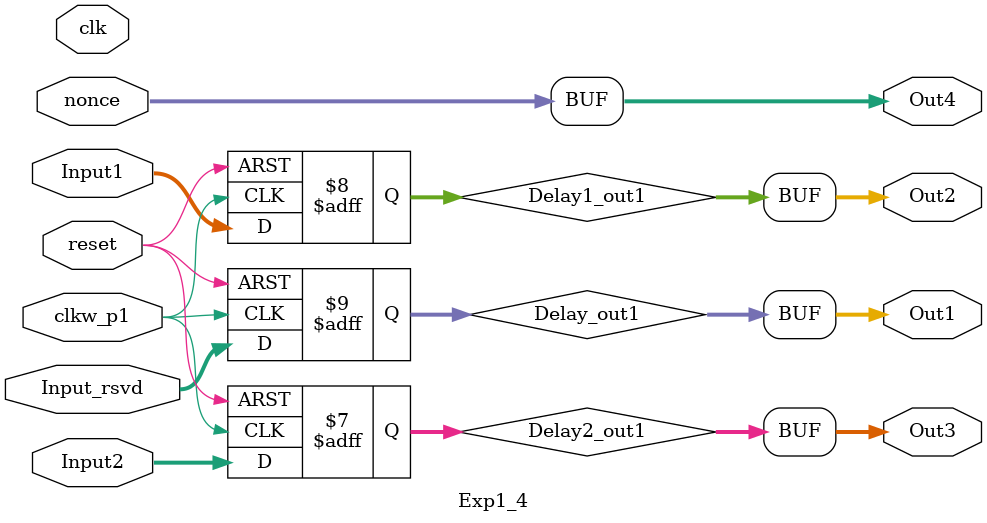
<source format=v>



`timescale 1 ns / 1 ns

module Exp1_4
          (clk,clkw_p1,
           reset,
           Input_rsvd,
           Input1,
           Input2,nonce,
           Out1,
           Out2,
           Out3,
           Out4);


  input   clk,clkw_p1;
  input   reset;
  input   [31:0] Input_rsvd;  // uint32
  input   [31:0] Input1;  // uint32
  input   [31:0] Input2,nonce;  // uint32
  output  [31:0] Out1;  // uint32
  output  [31:0] Out2;  // uint32
  output  [31:0] Out3;  // uint32
  output  [31:0] Out4;  // uint32


  reg [31:0] Delay_out1;  // uint32
  reg [31:0] Delay1_out1;  // uint32
  reg [31:0] Delay2_out1;  // uint32
  wire [31:0] Constant8_out1;  // uint32
  reg [31:0] Delay14_out1;  // uint32
  wire [31:0] Add_out1;  // uint32

  always @(posedge clkw_p1 or negedge reset) begin
  if(reset == 1'b0)
  begin
      Delay_out1 <= 32'h06CBBBDF;
      //Delay_out1 <= 32'h00000000;
  end 
  else 
     begin
        Delay_out1 <= Input_rsvd;
     end
  end


  assign Out1 = Delay_out1;

 always @(posedge clkw_p1 or negedge reset) begin
  if(reset == 1'b0)
  begin
      Delay1_out1 <= 32'hFE666596;
  end 
  else 
     begin
        Delay1_out1 <= Input1;
     end
  end


    assign Out2 = Delay1_out1;

always @(posedge clkw_p1 or negedge reset) begin
  if(reset == 1'b0)
  begin
        Delay2_out1 <= 32'h058FFF55;
 end 
  else 
     begin
        Delay2_out1 <= Input2;
     end
  end




  assign Out3 = Delay2_out1;

//  assign Constant8_out1 = 32'b00000000000000000000000000000001;



 // assign Add_out1 = Constant8_out1 + Delay14_out1;


/*
  always @(posedge clk or negedge reset_nonce)
    begin : Delay14_process
      if (reset_nonce == 1'b0) begin
     // Delay14_out1 <= 32'b00000000000000000000000000000000;
       Delay14_out1 <= 32'b1111_1111_1111_1111_1111_1111_1111_1110;
      end
      else begin
	if(reset_non== 1'b1 )
	begin
	 Delay14_out1 <= 32'b1111_1111_1111_1111_1111_1111_1111_1101;
	end
      else begin
        Delay14_out1 <= Add_out1;
      end
    end
   end
*/
  assign Out4 = nonce;

	
endmodule  // Exp1_4


</source>
